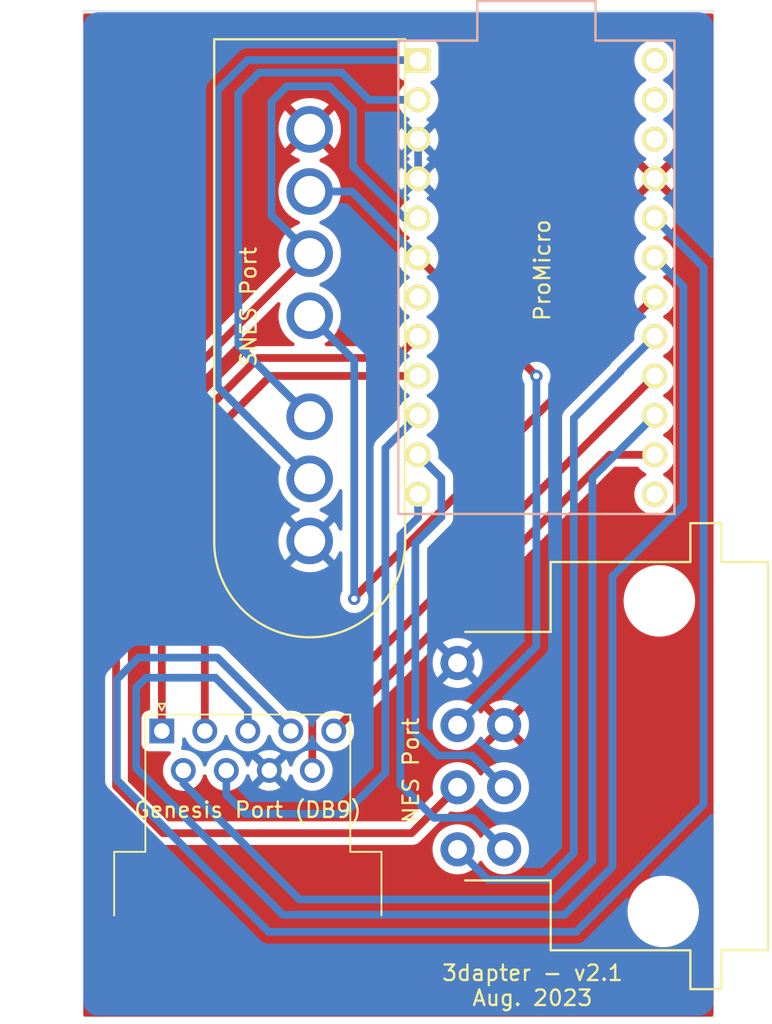
<source format=kicad_pcb>
(kicad_pcb (version 20221018) (generator pcbnew)
  (layers (0 "F.Cu" signal) (31 "B.Cu" signal) (35 "F.Paste" user) (37 "F.SilkS" user "F.Silkscreen") (38 "B.Mask" user) (39 "F.Mask" user) (44 "Edge.Cuts" user))
  (net 0 "")
  (net 1 "Net-(J2-Pad6)")
  (net 2 "Net-(J2-Pad5)")
  (net 3 "Net-(J2-Pad4)")
  (net 4 "Net-(J1-Pad3)")
  (net 5 "Net-(J1-Pad2)")
  (net 6 "Net-(J1-Pad7)")
  (net 8 "Net-(J1-Pad5)")
  (net 9 "Net-(J1-Pad4)")
  (net 10 "Net-(J3-Pad9)")
  (net 12 "Net-(J3-Pad6)")
  (net 13 "Net-(J3-Pad4)")
  (net 14 "Net-(J3-Pad3)")
  (net 16 "Net-(J3-Pad1)")
  (net 19 "Net-(J1-Pad6)")
  (net 20 "Net-(J3-Pad2)")
  (net 21 "Net-(J3-Pad5)")
  (net 22 "Net-(J3-Pad7)")
  (net 23 "Net-(J1-Pad1)")
  (footprint "Connector_Dsub:DSUB-9_Male_Horizontal_P2.77x2.54mm_EdgePinOffset9.40mm" (layer "F.Cu") (at 133.35 73.025)
    (fp_text reference "J3" hide)
    (fp_text value "Genesis Port (DB9)" (at 5.54 5.08) (layer "F.SilkS"))
    (fp_line (start -3.07 7.78) (end -1.06 7.78) (stroke (width 0.12)) (layer "F.SilkS"))
    (fp_line (start -3.07 11.88) (end -3.07 7.78) (stroke (width 0.12)) (layer "F.SilkS"))
    (fp_line (start -1.06 -1.06) (end 12.14 -1.06) (stroke (width 0.12)) (layer "F.SilkS"))
    (fp_line (start -1.06 7.78) (end -1.06 -1.06) (stroke (width 0.12)) (layer "F.SilkS"))
    (fp_line (start -0.25 -1.754338) (end 0.25 -1.754338) (stroke (width 0.12)) (layer "F.SilkS"))
    (fp_line (start 0 -1.321325) (end -0.25 -1.754338) (stroke (width 0.12)) (layer "F.SilkS"))
    (fp_line (start 0.25 -1.754338) (end 0 -1.321325) (stroke (width 0.12)) (layer "F.SilkS"))
    (fp_line (start 12.14 -1.06) (end 12.14 7.78) (stroke (width 0.12)) (layer "F.SilkS"))
    (fp_line (start 12.14 7.78) (end 14.15 7.78) (stroke (width 0.12)) (layer "F.SilkS"))
    (fp_line (start 14.15 7.78) (end 14.15 11.88) (stroke (width 0.12)) (layer "F.SilkS"))
    (pad "1" thru_hole rect (at 0 0) (size 1.6 1.6) (drill 1) (layers "*.Cu" "*.Mask") (net 16 "Net-(J3-Pad1)"))
    (pad "2" thru_hole circle (at 2.77 0) (size 1.6 1.6) (drill 1) (layers "*.Cu" "*.Mask") (net 20 "Net-(J3-Pad2)"))
    (pad "3" thru_hole circle (at 5.54 0) (size 1.6 1.6) (drill 1) (layers "*.Cu" "*.Mask") (net 14 "Net-(J3-Pad3)"))
    (pad "4" thru_hole circle (at 8.31 0) (size 1.6 1.6) (drill 1) (layers "*.Cu" "*.Mask") (net 13 "Net-(J3-Pad4)"))
    (pad "5" thru_hole circle (at 11.08 0) (size 1.6 1.6) (drill 1) (layers "*.Cu" "*.Mask") (net 21 "Net-(J3-Pad5)"))
    (pad "6" thru_hole circle (at 1.385 2.54) (size 1.6 1.6) (drill 1) (layers "*.Cu" "*.Mask") (net 12 "Net-(J3-Pad6)"))
    (pad "7" thru_hole circle (at 4.155 2.54) (size 1.6 1.6) (drill 1) (layers "*.Cu" "*.Mask") (net 22 "Net-(J3-Pad7)"))
    (pad "8" thru_hole circle (at 6.925 2.54) (size 1.6 1.6) (drill 1) (layers "*.Cu" "*.Mask") (net 23 "Net-(J1-Pad1)"))
    (pad "9" thru_hole circle (at 9.695 2.54) (size 1.6 1.6) (drill 1) (layers "*.Cu" "*.Mask") (net 10 "Net-(J3-Pad9)"))
  )
  (footprint "pkl_connectors:NES" (layer "F.Cu") (at 152.4 80.645 90)
    (fp_text reference "J1" hide)
    (fp_text value "NES Port" (at 5.08 -3 90) (layer "F.SilkS"))
    (fp_line (start -9 15) (end -9 17) (stroke (width 0.15)) (layer "F.SilkS"))
    (fp_line (start -9 17) (end -6.5 17) (stroke (width 0.15)) (layer "F.SilkS"))
    (fp_line (start -6.5 6) (end -6.5 15) (stroke (width 0.15)) (layer "F.SilkS"))
    (fp_line (start -6.5 15) (end -9 15) (stroke (width 0.15)) (layer "F.SilkS"))
    (fp_line (start -6.5 17) (end -6.5 20) (stroke (width 0.15)) (layer "F.SilkS"))
    (fp_line (start -6.5 20) (end 18.5 20) (stroke (width 0.15)) (layer "F.SilkS"))
    (fp_line (start -2 0.5) (end -2 6) (stroke (width 0.15)) (layer "F.SilkS"))
    (fp_line (start -2 6) (end -6.5 6) (stroke (width 0.15)) (layer "F.SilkS"))
    (fp_line (start 14 6) (end 14 0.5) (stroke (width 0.15)) (layer "F.SilkS"))
    (fp_line (start 18.5 6) (end 14 6) (stroke (width 0.15)) (layer "F.SilkS"))
    (fp_line (start 18.5 15) (end 18.5 6) (stroke (width 0.15)) (layer "F.SilkS"))
    (fp_line (start 18.5 17) (end 21 17) (stroke (width 0.15)) (layer "F.SilkS"))
    (fp_line (start 18.5 20) (end 18.5 17) (stroke (width 0.15)) (layer "F.SilkS"))
    (fp_line (start 21 15) (end 18.5 15) (stroke (width 0.15)) (layer "F.SilkS"))
    (fp_line (start 21 17) (end 21 15) (stroke (width 0.15)) (layer "F.SilkS"))
    (pad "" np_thru_hole circle (at -4 13.25 90) (size 4.1 4.1) (drill 4.1) (layers "*.Cu" "*.Mask"))
    (pad "" np_thru_hole circle (at 16 13 90) (size 4.1 4.1) (drill 4.1) (layers "*.Cu" "*.Mask"))
    (pad "1" thru_hole circle (at 12 0 90) (size 2.2 2.2) (drill 1.2) (layers "*.Cu" "*.Mask") (net 23 "Net-(J1-Pad1)"))
    (pad "2" thru_hole circle (at 8 0 90) (size 2.2 2.2) (drill 1.2) (layers "*.Cu" "*.Mask") (net 5 "Net-(J1-Pad2)"))
    (pad "3" thru_hole circle (at 4 0 90) (size 2.2 2.2) (drill 1.2) (layers "*.Cu" "*.Mask") (net 4 "Net-(J1-Pad3)"))
    (pad "4" thru_hole circle (at 0 0 90) (size 2.2 2.2) (drill 1.2) (layers "*.Cu" "*.Mask") (net 9 "Net-(J1-Pad4)"))
    (pad "5" thru_hole circle (at 0 3 90) (size 2.2 2.2) (drill 1.2) (layers "*.Cu" "*.Mask") (net 8 "Net-(J1-Pad5)"))
    (pad "6" thru_hole circle (at 4 3 90) (size 2.2 2.2) (drill 1.2) (layers "*.Cu" "*.Mask") (net 19 "Net-(J1-Pad6)"))
    (pad "7" thru_hole circle (at 8 3 90) (size 2.2 2.2) (drill 1.2) (layers "*.Cu" "*.Mask") (net 6 "Net-(J1-Pad7)"))
  )
  (footprint "promicro:ProMicro" (layer "F.Cu") (at 157.48 43.815 -90)
    (fp_text reference "U1" hide)
    (fp_text value "ProMicro" (at -0.4572 -0.381 90) (layer "F.SilkS"))
    (fp_line (start -17.78 -3.81) (end -15.24 -3.81) (stroke (width 0.15)) (layer "B.SilkS"))
    (fp_line (start -17.78 3.81) (end -17.78 -3.81) (stroke (width 0.15)) (layer "B.SilkS"))
    (fp_line (start -15.24 -8.89) (end 15.24 -8.89) (stroke (width 0.15)) (layer "B.SilkS"))
    (fp_line (start -15.24 -3.81) (end -15.24 -8.89) (stroke (width 0.15)) (layer "B.SilkS"))
    (fp_line (start -15.24 3.81) (end -17.78 3.81) (stroke (width 0.15)) (layer "B.SilkS"))
    (fp_line (start -15.24 8.89) (end -15.24 3.81) (stroke (width 0.15)) (layer "B.SilkS"))
    (fp_line (start 15.24 -8.89) (end 15.24 8.89) (stroke (width 0.15)) (layer "B.SilkS"))
    (fp_line (start 15.24 8.89) (end -15.24 8.89) (stroke (width 0.15)) (layer "B.SilkS"))
    (fp_line (start -17.78 -3.81) (end -15.24 -3.81) (stroke (width 0.15)) (layer "F.SilkS"))
    (fp_line (start -17.78 3.81) (end -17.78 -3.81) (stroke (width 0.15)) (layer "F.SilkS"))
    (fp_line (start -15.24 -8.89) (end 15.24 -8.89) (stroke (width 0.15)) (layer "F.SilkS"))
    (fp_line (start -15.24 -3.81) (end -15.24 -8.89) (stroke (width 0.15)) (layer "F.SilkS"))
    (fp_line (start -15.24 3.81) (end -17.78 3.81) (stroke (width 0.15)) (layer "F.SilkS"))
    (fp_line (start -15.24 8.89) (end -15.24 3.81) (stroke (width 0.15)) (layer "F.SilkS"))
    (fp_line (start -15.24 8.89) (end 15.24 8.89) (stroke (width 0.15)) (layer "F.SilkS"))
    (fp_line (start 15.24 -8.89) (end 15.24 8.89) (stroke (width 0.15)) (layer "F.SilkS"))
    (pad "1" thru_hole rect (at -13.97 7.62 270) (size 1.6 1.6) (drill 1.1) (layers "*.Cu" "*.Mask" "F.SilkS") (net 1 "Net-(J2-Pad6)"))
    (pad "2" thru_hole circle (at -11.43 7.62 270) (size 1.6 1.6) (drill 1.1) (layers "*.Cu" "*.Mask" "F.SilkS") (net 2 "Net-(J2-Pad5)"))
    (pad "3" thru_hole circle (at -8.89 7.62 270) (size 1.6 1.6) (drill 1.1) (layers "*.Cu" "*.Mask" "F.SilkS") (net 23 "Net-(J1-Pad1)"))
    (pad "4" thru_hole circle (at -6.35 7.62 270) (size 1.6 1.6) (drill 1.1) (layers "*.Cu" "*.Mask" "F.SilkS") (net 23 "Net-(J1-Pad1)"))
    (pad "5" thru_hole circle (at -3.81 7.62 270) (size 1.6 1.6) (drill 1.1) (layers "*.Cu" "*.Mask" "F.SilkS") (net 4 "Net-(J1-Pad3)"))
    (pad "6" thru_hole circle (at -1.27 7.62 270) (size 1.6 1.6) (drill 1.1) (layers "*.Cu" "*.Mask" "F.SilkS") (net 5 "Net-(J1-Pad2)"))
    (pad "7" thru_hole circle (at 1.27 7.62 270) (size 1.6 1.6) (drill 1.1) (layers "*.Cu" "*.Mask" "F.SilkS"))
    (pad "8" thru_hole circle (at 3.81 7.62 270) (size 1.6 1.6) (drill 1.1) (layers "*.Cu" "*.Mask" "F.SilkS") (net 16 "Net-(J3-Pad1)"))
    (pad "9" thru_hole circle (at 6.35 7.62 270) (size 1.6 1.6) (drill 1.1) (layers "*.Cu" "*.Mask" "F.SilkS") (net 20 "Net-(J3-Pad2)"))
    (pad "10" thru_hole circle (at 8.89 7.62 270) (size 1.6 1.6) (drill 1.1) (layers "*.Cu" "*.Mask" "F.SilkS") (net 22 "Net-(J3-Pad7)"))
    (pad "11" thru_hole circle (at 11.43 7.62 270) (size 1.6 1.6) (drill 1.1) (layers "*.Cu" "*.Mask" "F.SilkS") (net 19 "Net-(J1-Pad6)"))
    (pad "12" thru_hole circle (at 13.97 7.62 270) (size 1.6 1.6) (drill 1.1) (layers "*.Cu" "*.Mask" "F.SilkS") (net 8 "Net-(J1-Pad5)"))
    (pad "13" thru_hole circle (at 13.97 -7.62 270) (size 1.6 1.6) (drill 1.1) (layers "*.Cu" "*.Mask" "F.SilkS"))
    (pad "14" thru_hole circle (at 11.43 -7.62 270) (size 1.6 1.6) (drill 1.1) (layers "*.Cu" "*.Mask" "F.SilkS") (net 21 "Net-(J3-Pad5)"))
    (pad "15" thru_hole circle (at 8.89 -7.62 270) (size 1.6 1.6) (drill 1.1) (layers "*.Cu" "*.Mask" "F.SilkS") (net 12 "Net-(J3-Pad6)"))
    (pad "16" thru_hole circle (at 6.35 -7.62 270) (size 1.6 1.6) (drill 1.1) (layers "*.Cu" "*.Mask" "F.SilkS") (net 10 "Net-(J3-Pad9)"))
    (pad "17" thru_hole circle (at 3.81 -7.62 270) (size 1.6 1.6) (drill 1.1) (layers "*.Cu" "*.Mask" "F.SilkS") (net 9 "Net-(J1-Pad4)"))
    (pad "18" thru_hole circle (at 1.27 -7.62 270) (size 1.6 1.6) (drill 1.1) (layers "*.Cu" "*.Mask" "F.SilkS") (net 3 "Net-(J2-Pad4)"))
    (pad "19" thru_hole circle (at -1.27 -7.62 270) (size 1.6 1.6) (drill 1.1) (layers "*.Cu" "*.Mask" "F.SilkS") (net 14 "Net-(J3-Pad3)"))
    (pad "20" thru_hole circle (at -3.81 -7.62 270) (size 1.6 1.6) (drill 1.1) (layers "*.Cu" "*.Mask" "F.SilkS") (net 13 "Net-(J3-Pad4)"))
    (pad "21" thru_hole circle (at -6.35 -7.62 270) (size 1.6 1.6) (drill 1.1) (layers "*.Cu" "*.Mask" "F.SilkS") (net 6 "Net-(J1-Pad7)"))
    (pad "22" thru_hole circle (at -8.89 -7.62 270) (size 1.6 1.6) (drill 1.1) (layers "*.Cu" "*.Mask" "F.SilkS"))
    (pad "23" thru_hole circle (at -11.43 -7.62 270) (size 1.6 1.6) (drill 1.1) (layers "*.Cu" "*.Mask" "F.SilkS"))
    (pad "24" thru_hole circle (at -13.97 -7.62 270) (size 1.6 1.6) (drill 1.1) (layers "*.Cu" "*.Mask" "F.SilkS"))
  )
  (footprint "pkl_connectors:SNES" (layer "F.Cu") (at 142.875 34.29 -90)
    (fp_text reference "J2" hide)
    (fp_text value "SNES Port" (at 11.43 3.937 90) (layer "F.SilkS"))
    (fp_line (start -5.8 -6.15) (end 26.5 -6.15) (stroke (width 0.15)) (layer "F.SilkS"))
    (fp_line (start -5.8 6.15) (end -5.8 -6.15) (stroke (width 0.15)) (layer "F.SilkS"))
    (fp_line (start -5.8 6.15) (end 26.5 6.15) (stroke (width 0.15)) (layer "F.SilkS"))
    (fp_arc (start 26.5 -6.15) (mid 30.881137 -4.366492) (end 32.700203 0) (stroke (width 0.15)) (layer "F.SilkS"))
    (fp_arc (start 32.7 0) (mid 30.880994 4.366348) (end 26.500002 6.149797) (stroke (width 0.15)) (layer "F.SilkS"))
    (pad "1" thru_hole circle (at 0 0 270) (size 3 3) (drill 2) (layers "*.Cu" "*.Mask") (net 6 "Net-(J1-Pad7)"))
    (pad "2" thru_hole circle (at 4 0 270) (size 3 3) (drill 2) (layers "*.Cu" "*.Mask") (net 5 "Net-(J1-Pad2)"))
    (pad "3" thru_hole circle (at 8 0 270) (size 3 3) (drill 2) (layers "*.Cu" "*.Mask") (net 4 "Net-(J1-Pad3)"))
    (pad "4" thru_hole circle (at 12 0 270) (size 3 3) (drill 2) (layers "*.Cu" "*.Mask") (net 3 "Net-(J2-Pad4)"))
    (pad "5" thru_hole circle (at 18.5 0 270) (size 3 3) (drill 2) (layers "*.Cu" "*.Mask") (net 2 "Net-(J2-Pad5)"))
    (pad "6" thru_hole circle (at 22.5 0 270) (size 3 3) (drill 2) (layers "*.Cu" "*.Mask") (net 1 "Net-(J2-Pad6)"))
    (pad "7" thru_hole circle (at 26.5 0 270) (size 3 3) (drill 2) (layers "*.Cu" "*.Mask") (net 23 "Net-(J1-Pad1)"))
  )
  (gr_line (start 168.91 26.67) (end 168.91 91.44) (stroke (width 0.05)) (layer "Edge.Cuts"))
  (gr_line (start 128.27 26.67) (end 128.27 91.44) (stroke (width 0.05)) (layer "Edge.Cuts"))
  (gr_line (start 168.91 91.44) (end 128.27 91.44) (stroke (width 0.05)) (layer "Edge.Cuts"))
  (gr_line (start 128.27 26.67) (end 168.91 26.67) (stroke (width 0.05)) (layer "Edge.Cuts"))
  (gr_text "3dapter - v2.1\nAug. 2023\n" (at 157.226 89.408) (layer "F.SilkS") (effects (font (size 1 1))))
  (segment (start 138.87601 29.83079) (end 149.84579 29.83079) (width 0.5) (layer "B.Cu") (net 1))
  (segment (start 136.9568 31.75) (end 138.87601 29.83079) (width 0.5) (layer "B.Cu") (net 1))
  (segment (start 136.9568 50.8718) (end 136.9568 31.75) (width 0.5) (layer "B.Cu") (net 1))
  (segment (start 142.875 56.79) (end 136.9568 50.8718) (width 0.5) (layer "B.Cu") (net 1))
  (segment (start 146.685 32.385) (end 144.9324 30.6324) (width 0.5) (layer "B.Cu") (net 2))
  (segment (start 138.2776 31.9786) (end 138.2776 48.1926) (width 0.5) (layer "B.Cu") (net 2))
  (segment (start 138.2776 48.1926) (end 142.875 52.79) (width 0.5) (layer "B.Cu") (net 2))
  (segment (start 139.6238 30.6324) (end 138.2776 31.9786) (width 0.5) (layer "B.Cu") (net 2))
  (segment (start 144.9324 30.6324) (end 139.6238 30.6324) (width 0.5) (layer "B.Cu") (net 2))
  (segment (start 149.86 32.385) (end 146.685 32.385) (width 0.5) (layer "B.Cu") (net 2))
  (segment (start 145.7452 64.516) (end 145.7452 64.4398) (width 0.5) (layer "F.Cu") (net 3))
  (segment (start 145.7452 64.4398) (end 165.1 45.085) (width 0.5) (layer "F.Cu") (net 3))
  (via (at 145.7452 64.516) (size 0.8) (drill 0.4) (layers "F.Cu" "B.Cu") (net 3))
  (segment (start 145.7452 49.1602) (end 142.875 46.29) (width 0.5) (layer "B.Cu") (net 3))
  (segment (start 145.7452 49.1602) (end 145.7452 64.516) (width 0.5) (layer "B.Cu") (net 3))
  (segment (start 142.875 42.29) (end 130.4036 54.7614) (width 0.5) (layer "F.Cu") (net 4))
  (segment (start 149.4414 79.6036) (end 152.4 76.645) (width 0.5) (layer "F.Cu") (net 4))
  (segment (start 133.4262 79.6036) (end 149.4414 79.6036) (width 0.5) (layer "F.Cu") (net 4))
  (segment (start 130.4036 54.7614) (end 130.4036 76.581) (width 0.5) (layer "F.Cu") (net 4))
  (segment (start 130.4036 76.581) (end 133.4262 79.6036) (width 0.5) (layer "F.Cu") (net 4))
  (segment (start 141.4018 31.5214) (end 140.4112 32.512) (width 0.5) (layer "B.Cu") (net 4))
  (segment (start 145.669 36.6776) (end 145.669 33.0454) (width 0.5) (layer "B.Cu") (net 4))
  (segment (start 145.669 33.0454) (end 144.145 31.5214) (width 0.5) (layer "B.Cu") (net 4))
  (segment (start 148.9964 40.005) (end 145.669 36.6776) (width 0.5) (layer "B.Cu") (net 4))
  (segment (start 149.86 40.005) (end 148.9964 40.005) (width 0.5) (layer "B.Cu") (net 4))
  (segment (start 140.4112 32.512) (end 140.4112 39.8262) (width 0.5) (layer "B.Cu") (net 4))
  (segment (start 144.145 31.5214) (end 141.4018 31.5214) (width 0.5) (layer "B.Cu") (net 4))
  (segment (start 140.4112 39.8262) (end 142.875 42.29) (width 0.5) (layer "B.Cu") (net 4))
  (segment (start 149.86 42.545) (end 157.48 50.165) (width 0.5) (layer "F.Cu") (net 5))
  (via (at 157.48 50.165) (size 0.8) (drill 0.4) (layers "F.Cu" "B.Cu") (net 5))
  (segment (start 142.875 38.29) (end 145.605 38.29) (width 0.5) (layer "B.Cu") (net 5))
  (segment (start 145.605 38.29) (end 149.86 42.545) (width 0.5) (layer "B.Cu") (net 5))
  (segment (start 157.48 67.565) (end 157.48 50.165) (width 0.5) (layer "B.Cu") (net 5))
  (segment (start 152.4 72.645) (end 157.48 67.565) (width 0.5) (layer "B.Cu") (net 5))
  (segment (start 148.717 76.454) (end 150.876 78.613) (width 0.5) (layer "B.Cu") (net 8))
  (segment (start 149.86 59.2836) (end 148.717 60.4266) (width 0.5) (layer "B.Cu") (net 8))
  (segment (start 153.368 78.613) (end 155.4 80.645) (width 0.5) (layer "B.Cu") (net 8))
  (segment (start 150.876 78.613) (end 153.368 78.613) (width 0.5) (layer "B.Cu") (net 8))
  (segment (start 149.86 57.785) (end 149.86 59.2836) (width 0.5) (layer "B.Cu") (net 8))
  (segment (start 148.717 60.4266) (end 148.717 76.454) (width 0.5) (layer "B.Cu") (net 8))
  (segment (start 162.899999 49.875801) (end 159.893 52.8828) (width 0.5) (layer "B.Cu") (net 9))
  (segment (start 159.893 80.8736) (end 158.1658 82.6008) (width 0.5) (layer "B.Cu") (net 9))
  (segment (start 154.3558 82.6008) (end 152.4 80.645) (width 0.5) (layer "B.Cu") (net 9))
  (segment (start 158.1658 82.6008) (end 154.3558 82.6008) (width 0.5) (layer "B.Cu") (net 9))
  (segment (start 159.893 52.8828) (end 159.893 80.8736) (width 0.5) (layer "B.Cu") (net 9))
  (segment (start 165.1 47.625) (end 162.899999 49.825001) (width 0.5) (layer "B.Cu") (net 9))
  (segment (start 162.899999 49.825001) (end 162.899999 49.875801) (width 0.5) (layer "B.Cu") (net 9))
  (segment (start 143.045 72.22) (end 143.045 75.565) (width 0.5) (layer "F.Cu") (net 10))
  (segment (start 165.1 50.165) (end 143.045 72.22) (width 0.5) (layer "F.Cu") (net 10))
  (segment (start 134.735 76.3912) (end 134.735 75.565) (width 0.5) (layer "B.Cu") (net 12))
  (segment (start 142.2146 83.8708) (end 134.735 76.3912) (width 0.5) (layer "B.Cu") (net 12))
  (segment (start 158.623 83.8708) (end 142.2146 83.8708) (width 0.5) (layer "B.Cu") (net 12))
  (segment (start 165.1 52.705) (end 161.0868 56.7182) (width 0.5) (layer "B.Cu") (net 12))
  (segment (start 161.0868 81.407) (end 158.623 83.8708) (width 0.5) (layer "B.Cu") (net 12))
  (segment (start 161.0868 56.7182) (end 161.0868 81.407) (width 0.5) (layer "B.Cu") (net 12))
  (segment (start 140.2334 85.9536) (end 130.4544 76.1746) (width 0.5) (layer "B.Cu") (net 13))
  (segment (start 130.4544 69.6976) (end 131.8514 68.3006) (width 0.5) (layer "B.Cu") (net 13))
  (segment (start 136.9356 68.3006) (end 141.66 73.025) (width 0.5) (layer "B.Cu") (net 13))
  (segment (start 130.4544 76.1746) (end 130.4544 69.6976) (width 0.5) (layer "B.Cu") (net 13))
  (segment (start 167.900001 42.830401) (end 168.2496 43.18) (width 0.5) (layer "B.Cu") (net 13))
  (segment (start 167.900001 42.805001) (end 167.900001 42.830401) (width 0.5) (layer "B.Cu") (net 13))
  (segment (start 168.2496 77.7494) (end 160.0454 85.9536) (width 0.5) (layer "B.Cu") (net 13))
  (segment (start 165.1 40.005) (end 167.900001 42.805001) (width 0.5) (layer "B.Cu") (net 13))
  (segment (start 131.8514 68.3006) (end 136.9356 68.3006) (width 0.5) (layer "B.Cu") (net 13))
  (segment (start 168.2496 43.18) (end 168.2496 77.7494) (width 0.5) (layer "B.Cu") (net 13))
  (segment (start 160.0454 85.9536) (end 140.2334 85.9536) (width 0.5) (layer "B.Cu") (net 13))
  (segment (start 166.9542 58.4962) (end 162.3822 63.0682) (width 0.5) (layer "B.Cu") (net 14))
  (segment (start 131.699 75.4126) (end 131.699 70.231) (width 0.5) (layer "B.Cu") (net 14))
  (segment (start 141.1478 84.8614) (end 131.699 75.4126) (width 0.5) (layer "B.Cu") (net 14))
  (segment (start 136.8044 69.596) (end 138.89 71.6816) (width 0.5) (layer "B.Cu") (net 14))
  (segment (start 165.1 42.545) (end 166.9542 44.3992) (width 0.5) (layer "B.Cu") (net 14))
  (segment (start 138.89 71.6816) (end 138.89 73.025) (width 0.5) (layer "B.Cu") (net 14))
  (segment (start 132.334 69.596) (end 136.8044 69.596) (width 0.5) (layer "B.Cu") (net 14))
  (segment (start 162.3822 81.7626) (end 159.2834 84.8614) (width 0.5) (layer "B.Cu") (net 14))
  (segment (start 162.3822 63.0682) (end 162.3822 81.7626) (width 0.5) (layer "B.Cu") (net 14))
  (segment (start 166.9542 44.3992) (end 166.9542 58.4962) (width 0.5) (layer "B.Cu") (net 14))
  (segment (start 159.2834 84.8614) (end 141.1478 84.8614) (width 0.5) (layer "B.Cu") (net 14))
  (segment (start 131.699 70.231) (end 132.334 69.596) (width 0.5) (layer "B.Cu") (net 14))
  (segment (start 139.5603 49.0093) (end 133.35 55.2196) (width 0.5) (layer "F.Cu") (net 16))
  (segment (start 148.4757 49.0093) (end 139.5603 49.0093) (width 0.5) (layer "F.Cu") (net 16))
  (segment (start 149.86 47.625) (end 148.4757 49.0093) (width 0.5) (layer "F.Cu") (net 16))
  (segment (start 133.35 55.2196) (end 133.35 73.025) (width 0.5) (layer "F.Cu") (net 16))
  (segment (start 149.86 55.245) (end 151.3586 56.7436) (width 0.5) (layer "B.Cu") (net 19))
  (segment (start 151.3586 59.2582) (end 149.6822 60.9346) (width 0.5) (layer "B.Cu") (net 19))
  (segment (start 151.3586 56.7436) (end 151.3586 59.2582) (width 0.5) (layer "B.Cu") (net 19))
  (segment (start 149.6822 73.1266) (end 151.1554 74.5998) (width 0.5) (layer "B.Cu") (net 19))
  (segment (start 151.1554 74.5998) (end 153.3548 74.5998) (width 0.5) (layer "B.Cu") (net 19))
  (segment (start 149.6822 60.9346) (end 149.6822 73.1266) (width 0.5) (layer "B.Cu") (net 19))
  (segment (start 153.3548 74.5998) (end 155.4 76.645) (width 0.5) (layer "B.Cu") (net 19))
  (segment (start 140.335 50.165) (end 136.12 54.38) (width 0.5) (layer "F.Cu") (net 20))
  (segment (start 136.12 54.38) (end 136.12 73.025) (width 0.5) (layer "F.Cu") (net 20))
  (segment (start 149.86 50.165) (end 140.335 50.165) (width 0.5) (layer "F.Cu") (net 20))
  (segment (start 144.43 73.025) (end 162.21 55.245) (width 0.5) (layer "F.Cu") (net 21))
  (segment (start 162.21 55.245) (end 165.1 55.245) (width 0.5) (layer "F.Cu") (net 21))
  (segment (start 137.505 75.565) (end 137.505 77.1292) (width 0.5) (layer "B.Cu") (net 22))
  (segment (start 145.1102 78.359) (end 138.7348 78.359) (width 0.5) (layer "B.Cu") (net 22))
  (segment (start 147.7518 54.8132) (end 147.7518 75.7174) (width 0.5) (layer "B.Cu") (net 22))
  (segment (start 137.505 77.1292) (end 138.7348 78.359) (width 0.5) (layer "B.Cu") (net 22))
  (segment (start 147.7518 75.7174) (end 145.1102 78.359) (width 0.5) (layer "B.Cu") (net 22))
  (segment (start 149.86 52.705) (end 147.7518 54.8132) (width 0.5) (layer "B.Cu") (net 22))
  (segment (start 149.86 34.925) (end 149.86 37.465) (width 0.5) (layer "B.Cu") (net 23))
  (zone (net 6) (net_name "Net-(J1-Pad7)") (layer "F.Cu") (connect_pads (clearance 0.508)) (min_thickness 0.254) (fill yes (thermal_gap 0.508) (thermal_bridge_width 0.508))
    (polygon (pts (xy 169.0624 91.4908) (xy 128.2954 91.4908) (xy 128.2954 26.8224) (xy 169.0624 26.8224)))
  )
  (zone (net 23) (net_name "Net-(J1-Pad1)") (layer "B.Cu") (connect_pads (clearance 0.508)) (min_thickness 0.254) (fill yes (thermal_gap 0.508) (thermal_bridge_width 0.508) (smoothing fillet) (radius 1))
    (polygon (pts (xy 168.9608 91.3638) (xy 128.27 91.3638) (xy 128.27 26.7462) (xy 168.9608 26.7462)))
  )
)
</source>
